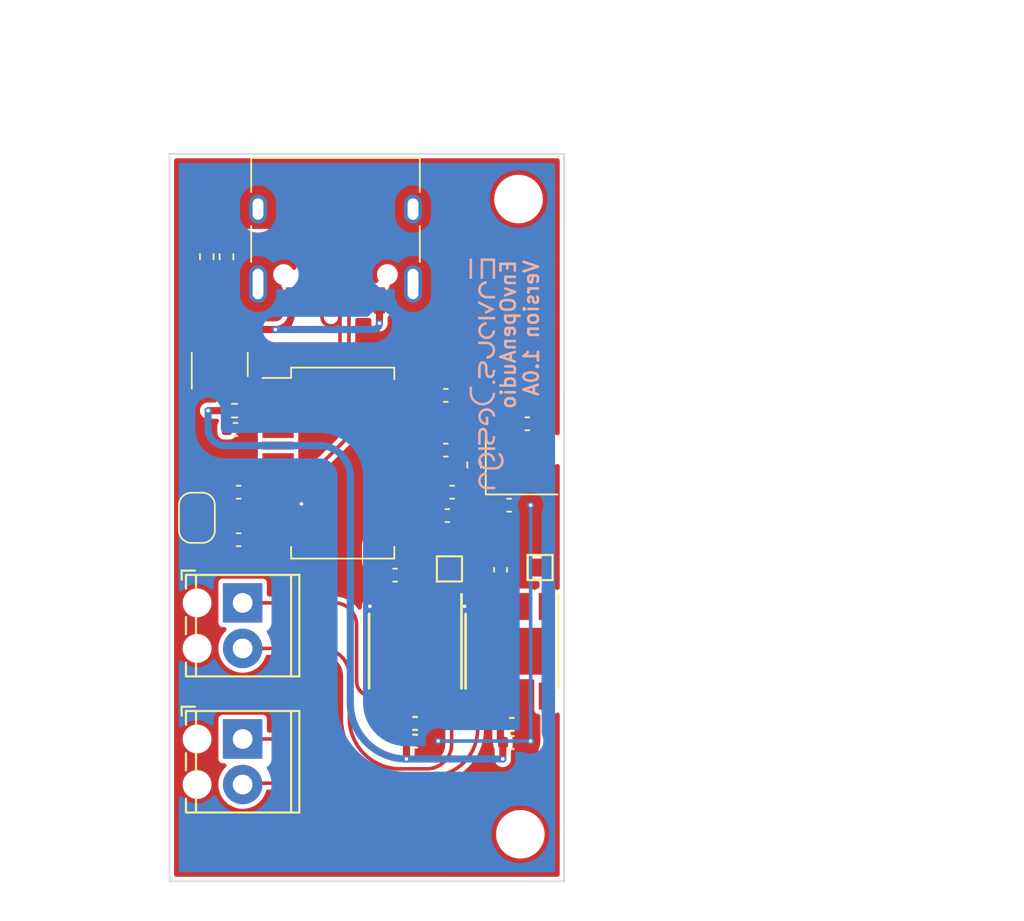
<source format=kicad_pcb>
(kicad_pcb (version 20211014) (generator pcbnew)
  (layers (0 "F.Cu" signal) (31 "B.Cu" signal) (34 "B.Paste" user) (35 "F.Paste" user) (36 "B.SilkS" user "B.Silkscreen") (37 "F.SilkS" user "F.Silkscreen") (38 "B.Mask" user) (39 "F.Mask" user) (44 "Edge.Cuts" user))
  (net 0 "")
  (net 1 "Net-(C6-Pad1)")
  (net 2 "AGNDP")
  (net 3 "VCCCI")
  (net 4 "VCOM")
  (net 5 "Net-(C9-Pad1)")
  (net 6 "Net-(C10-Pad1)")
  (net 7 "Net-(C11-Pad1)")
  (net 8 "Net-(C12-Pad1)")
  (net 9 "VOUTL")
  (net 10 "/R-USB-In")
  (net 11 "VOUTR")
  (net 12 "/L-USB-In")
  (net 13 "Net-(C15-Pad1)")
  (net 14 "Net-(C16-Pad1)")
  (net 15 "USB D-")
  (net 16 "USB D+")
  (net 17 "VBUS")
  (net 18 "AGNDC")
  (net 19 "Net-(J101-PadA5)")
  (net 21 "Net-(J101-PadB5)")
  (net 32 "Net-(J1-Pad1)")
  (net 33 "Net-(J1-Pad2)")
  (net 34 "Net-(J2-Pad1)")
  (net 35 "Net-(J2-Pad2)")
  (net 36 "Net-(J3-Pad1)")
  (net 37 "Net-(J4-Pad1)")
  (footprint "MountingHole:MountingHole_2.2mm_M2" (layer "F.Cu") (at 53.05 26.175)
    (fp_text reference "H1")
    (fp_text value "MountingHole")
    (pad "" np_thru_hole circle (at 0 0) (size 2.2 2.2) (drill 2.2) (layers *.Cu *.Mask))
  )
  (footprint "Capacitor_SMD:C_0402_1005Metric" (layer "F.Cu") (at 49 37.125)
    (fp_text reference "C9")
    (fp_text value "1µF")
    (pad "1" smd roundrect (at -0.48 0) (size 0.56 0.62) (layers "F.Cu" "F.Paste" "F.Mask") (net 5 "Net-(C9-Pad1)"))
    (pad "2" smd roundrect (at 0.48 0) (size 0.56 0.62) (layers "F.Cu" "F.Paste" "F.Mask") (net 2 "AGNDP"))
  )
  (footprint "Capacitor_SMD:C_0402_1005Metric" (layer "F.Cu") (at 37.45 42.525 180)
    (fp_text reference "C7")
    (fp_text value "10µF")
    (pad "1" smd roundrect (at -0.48 0 180) (size 0.56 0.62) (layers "F.Cu" "F.Paste" "F.Mask") (net 3 "VCCCI"))
    (pad "2" smd roundrect (at 0.48 0 180) (size 0.56 0.62) (layers "F.Cu" "F.Paste" "F.Mask") (net 2 "AGNDP"))
  )
  (footprint "Capacitor_SMD:C_0402_1005Metric" (layer "F.Cu") (at 49.35 42.525)
    (fp_text reference "C12")
    (fp_text value "1µF")
    (pad "1" smd roundrect (at -0.48 0) (size 0.56 0.62) (layers "F.Cu" "F.Paste" "F.Mask") (net 8 "Net-(C12-Pad1)"))
    (pad "2" smd roundrect (at 0.48 0) (size 0.56 0.62) (layers "F.Cu" "F.Paste" "F.Mask") (net 2 "AGNDP"))
  )
  (footprint "Jumper:SolderJumper-2_P1.3mm_Bridged_RoundedPad1.0x1.5mm" (layer "F.Cu") (at 35.125 43.95 90)
    (fp_text reference "STAR2")
    (fp_text value "SolderJumper_2_Bridged")
    (fp_poly (pts (xy 0.25 -0.3) (xy -0.25 -0.3) (xy -0.25 0.3) (xy 0.25 0.3)) (layer "F.Cu") (width 0.1) (fill solid))
    (pad "1" smd custom (at -0.65 0 90) (size 1 0.5) (layers "F.Cu" "F.Mask") (net 2 "AGNDP") (options (clearance outline) (anchor rect)) (primitives (gr_circle (center 0 0.25) (end 0.5 0.25) (width 0) (fill yes)) (gr_circle (center 0 -0.25) (end 0.5 -0.25) (width 0) (fill yes)) (gr_poly (pts (xy 0.5 0.75) (xy 0 0.75) (xy 0 -0.75) (xy 0.5 -0.75)) (width 0) (fill yes))))
    (pad "2" smd custom (at 0.65 0 90) (size 1 0.5) (layers "F.Cu" "F.Mask") (net 18 "AGNDC") (options (clearance outline) (anchor rect)) (primitives (gr_circle (center 0 0.25) (end 0.5 0.25) (width 0) (fill yes)) (gr_circle (center 0 -0.25) (end 0.5 -0.25) (width 0) (fill yes)) (gr_poly (pts (xy 0 0.75) (xy -0.5 0.75) (xy -0.5 -0.75) (xy 0 -0.75)) (width 0) (fill yes))))
  )
  (footprint "Package_SO:Diodes_SO-8EP" (layer "F.Cu") (at 47.297266 51.3875 -90)
    (fp_text reference "U1")
    (fp_text value "PAM8302AAD")
    (pad "1" smd rect (at -2.4975 -1.905 270) (size 1.505 0.802) (layers "F.Cu" "F.Paste" "F.Mask") (net 36 "Net-(J3-Pad1)"))
    (pad "2" smd rect (at -2.4975 -0.635 270) (size 1.505 0.802) (layers "F.Cu" "F.Paste" "F.Mask"))
    (pad "3" smd rect (at -2.4975 0.635 270) (size 1.505 0.802) (layers "F.Cu" "F.Paste" "F.Mask") (net 10 "/R-USB-In"))
    (pad "4" smd rect (at -2.4975 1.905 270) (size 1.505 0.802) (layers "F.Cu" "F.Paste" "F.Mask") (net 18 "AGNDC"))
    (pad "5" smd rect (at 2.4975 1.905 270) (size 1.505 0.802) (layers "F.Cu" "F.Paste" "F.Mask") (net 32 "Net-(J1-Pad1)"))
    (pad "6" smd rect (at 2.4975 0.635 270) (size 1.505 0.802) (layers "F.Cu" "F.Paste" "F.Mask") (net 17 "VBUS"))
    (pad "7" smd rect (at 2.4975 -0.635 270) (size 1.505 0.802) (layers "F.Cu" "F.Paste" "F.Mask") (net 2 "AGNDP"))
    (pad "8" smd rect (at 2.4975 -1.905 270) (size 1.505 0.802) (layers "F.Cu" "F.Paste" "F.Mask") (net 33 "Net-(J1-Pad2)"))
    (pad "9" smd rect (at 0 0 270) (size 2.613 3.502) (layers "F.Cu" "F.Paste" "F.Mask"))
  )
  (footprint "Capacitor_SMD:C_0402_1005Metric" (layer "F.Cu") (at 52.675 55.470017)
    (fp_text reference "C3")
    (fp_text value "10µF")
    (pad "1" smd roundrect (at -0.48 0) (size 0.56 0.62) (layers "F.Cu" "F.Paste" "F.Mask") (net 17 "VBUS"))
    (pad "2" smd roundrect (at 0.48 0) (size 0.56 0.62) (layers "F.Cu" "F.Paste" "F.Mask") (net 2 "AGNDP"))
  )
  (footprint "Capacitor_SMD:C_0402_1005Metric" (layer "F.Cu") (at 46.175 47.15)
    (fp_text reference "C13")
    (fp_text value "1µF")
    (pad "1" smd roundrect (at -0.48 0) (size 0.56 0.62) (layers "F.Cu" "F.Paste" "F.Mask") (net 9 "VOUTL"))
    (pad "2" smd roundrect (at 0.48 0) (size 0.56 0.62) (layers "F.Cu" "F.Paste" "F.Mask") (net 10 "/R-USB-In"))
  )
  (footprint "TestPoint:TestPoint_Pad_1.0x1.0mm" (layer "F.Cu") (at 49.2 46.8)
    (fp_text reference "J3")
    (fp_text value "Conn_01x01")
    (pad "1" smd rect (at 0 0) (size 1 1) (layers "F.Cu" "F.Mask") (net 36 "Net-(J3-Pad1)"))
  )
  (footprint "Resistor_SMD:R_0402_1005Metric" (layer "F.Cu") (at 35.675 29.393802 -90)
    (fp_text reference "R101")
    (fp_text value "5.1K 0805")
    (pad "1" smd roundrect (at -0.51 0 270) (size 0.54 0.64) (layers "F.Cu" "F.Paste" "F.Mask") (net 19 "Net-(J101-PadA5)"))
    (pad "2" smd roundrect (at 0.51 0 270) (size 0.54 0.64) (layers "F.Cu" "F.Paste" "F.Mask") (net 2 "AGNDP"))
  )
  (footprint "Package_SO:SSOP-28_5.3x10.2mm_P0.65mm" (layer "F.Cu") (at 43.25 40.9)
    (fp_text reference "U101")
    (fp_text value "PCM2900C")
    (pad "1" smd rect (at -3.6 -4.225) (size 1.75 0.45) (layers "F.Cu" "F.Paste" "F.Mask") (net 16 "USB D+"))
    (pad "2" smd rect (at -3.6 -3.575) (size 1.75 0.45) (layers "F.Cu" "F.Paste" "F.Mask") (net 15 "USB D-"))
    (pad "3" smd rect (at -3.6 -2.925) (size 1.75 0.45) (layers "F.Cu" "F.Paste" "F.Mask") (net 1 "Net-(C6-Pad1)"))
    (pad "4" smd rect (at -3.6 -2.275) (size 1.75 0.45) (layers "F.Cu" "F.Paste" "F.Mask") (net 2 "AGNDP"))
    (pad "5" smd rect (at -3.6 -1.625) (size 1.75 0.45) (layers "F.Cu" "F.Paste" "F.Mask"))
    (pad "6" smd rect (at -3.6 -0.975) (size 1.75 0.45) (layers "F.Cu" "F.Paste" "F.Mask"))
    (pad "7" smd rect (at -3.6 -0.325) (size 1.75 0.45) (layers "F.Cu" "F.Paste" "F.Mask"))
    (pad "8" smd rect (at -3.6 0.325) (size 1.75 0.45) (layers "F.Cu" "F.Paste" "F.Mask") (net 5 "Net-(C9-Pad1)"))
    (pad "9" smd rect (at -3.6 0.975) (size 1.75 0.45) (layers "F.Cu" "F.Paste" "F.Mask") (net 5 "Net-(C9-Pad1)"))
    (pad "10" smd rect (at -3.6 1.625) (size 1.75 0.45) (layers "F.Cu" "F.Paste" "F.Mask") (net 3 "VCCCI"))
    (pad "11" smd rect (at -3.6 2.275) (size 1.75 0.45) (layers "F.Cu" "F.Paste" "F.Mask") (net 18 "AGNDC"))
    (pad "12" smd rect (at -3.6 2.925) (size 1.75 0.45) (layers "F.Cu" "F.Paste" "F.Mask"))
    (pad "13" smd rect (at -3.6 3.575) (size 1.75 0.45) (layers "F.Cu" "F.Paste" "F.Mask"))
    (pad "14" smd rect (at -3.6 4.225) (size 1.75 0.45) (layers "F.Cu" "F.Paste" "F.Mask") (net 4 "VCOM"))
    (pad "15" smd rect (at 3.6 4.225) (size 1.75 0.45) (layers "F.Cu" "F.Paste" "F.Mask") (net 11 "VOUTR"))
    (pad "16" smd rect (at 3.6 3.575) (size 1.75 0.45) (layers "F.Cu" "F.Paste" "F.Mask") (net 9 "VOUTL"))
    (pad "17" smd rect (at 3.6 2.925) (size 1.75 0.45) (layers "F.Cu" "F.Paste" "F.Mask") (net 7 "Net-(C11-Pad1)"))
    (pad "18" smd rect (at 3.6 2.275) (size 1.75 0.45) (layers "F.Cu" "F.Paste" "F.Mask") (net 2 "AGNDP"))
    (pad "19" smd rect (at 3.6 1.625) (size 1.75 0.45) (layers "F.Cu" "F.Paste" "F.Mask") (net 8 "Net-(C12-Pad1)"))
    (pad "20" smd rect (at 3.6 0.975) (size 1.75 0.45) (layers "F.Cu" "F.Paste" "F.Mask") (net 13 "Net-(C15-Pad1)"))
    (pad "21" smd rect (at 3.6 0.325) (size 1.75 0.45) (layers "F.Cu" "F.Paste" "F.Mask") (net 14 "Net-(C16-Pad1)"))
    (pad "22" smd rect (at 3.6 -0.325) (size 1.75 0.45) (layers "F.Cu" "F.Paste" "F.Mask") (net 2 "AGNDP"))
    (pad "23" smd rect (at 3.6 -0.975) (size 1.75 0.45) (layers "F.Cu" "F.Paste" "F.Mask") (net 6 "Net-(C10-Pad1)"))
    (pad "24" smd rect (at 3.6 -1.625) (size 1.75 0.45) (layers "F.Cu" "F.Paste" "F.Mask") (net 2 "AGNDP"))
    (pad "25" smd rect (at 3.6 -2.275) (size 1.75 0.45) (layers "F.Cu" "F.Paste" "F.Mask"))
    (pad "26" smd rect (at 3.6 -2.925) (size 1.75 0.45) (layers "F.Cu" "F.Paste" "F.Mask") (net 2 "AGNDP"))
    (pad "27" smd rect (at 3.6 -3.575) (size 1.75 0.45) (layers "F.Cu" "F.Paste" "F.Mask") (net 5 "Net-(C9-Pad1)"))
    (pad "28" smd rect (at 3.6 -4.225) (size 1.75 0.45) (layers "F.Cu" "F.Paste" "F.Mask"))
  )
  (footprint "Capacitor_SMD:C_0402_1005Metric" (layer "F.Cu") (at 53.53512 38.7093)
    (fp_text reference "C16")
    (fp_text value "22pF")
    (pad "1" smd roundrect (at -0.48 0) (size 0.56 0.62) (layers "F.Cu" "F.Paste" "F.Mask") (net 14 "Net-(C16-Pad1)"))
    (pad "2" smd roundrect (at 0.48 0) (size 0.56 0.62) (layers "F.Cu" "F.Paste" "F.Mask") (net 2 "AGNDP"))
  )
  (footprint "Resistor_SMD:R_0402_1005Metric" (layer "F.Cu") (at 50.575 41 -90)
    (fp_text reference "R1")
    (fp_text value "1M")
    (pad "1" smd roundrect (at -0.51 0 270) (size 0.54 0.64) (layers "F.Cu" "F.Paste" "F.Mask") (net 14 "Net-(C16-Pad1)"))
    (pad "2" smd roundrect (at 0.51 0 270) (size 0.54 0.64) (layers "F.Cu" "F.Paste" "F.Mask") (net 13 "Net-(C15-Pad1)"))
  )
  (footprint "Crystal:Crystal_SMD_3225-4Pin_3.2x2.5mm" (layer "F.Cu") (at 53.225 41)
    (fp_text reference "Y1")
    (fp_text value "12MHz 18pF")
    (pad "1" smd rect (at -1.1 0.85) (size 1.4 1.2) (layers "F.Cu" "F.Paste" "F.Mask") (net 13 "Net-(C15-Pad1)"))
    (pad "2" smd rect (at 1.1 0.85) (size 1.4 1.2) (layers "F.Cu" "F.Paste" "F.Mask") (net 2 "AGNDP"))
    (pad "3" smd rect (at 1.1 -0.85) (size 1.4 1.2) (layers "F.Cu" "F.Paste" "F.Mask") (net 14 "Net-(C16-Pad1)"))
    (pad "4" smd rect (at -1.1 -0.85) (size 1.4 1.2) (layers "F.Cu" "F.Paste" "F.Mask") (net 2 "AGNDP"))
  )
  (footprint "Connector_USB:USB_C_Receptacle_HRO_TYPE-C-31-M-12" (layer "F.Cu") (at 42.85 27.783802 180)
    (fp_text reference "J101")
    (fp_text value "USB_C_Receptacle_USB2.0")
    (pad "" np_thru_hole circle (at -2.89 -2.6 180) (size 0.65 0.65) (drill 0.65) (layers *.Cu *.Mask))
    (pad "" np_thru_hole circle (at 2.89 -2.6 180) (size 0.65 0.65) (drill 0.65) (layers *.Cu *.Mask))
    (pad "A1" smd rect (at -3.25 -4.045 180) (size 0.6 1.45) (layers "F.Cu" "F.Paste" "F.Mask") (net 2 "AGNDP"))
    (pad "A4" smd rect (at -2.45 -4.045 180) (size 0.6 1.45) (layers "F.Cu" "F.Paste" "F.Mask") (net 17 "VBUS"))
    (pad "A5" smd rect (at -1.25 -4.045 180) (size 0.3 1.45) (layers "F.Cu" "F.Paste" "F.Mask") (net 19 "Net-(J101-PadA5)"))
    (pad "A6" smd rect (at -0.25 -4.045 180) (size 0.3 1.45) (layers "F.Cu" "F.Paste" "F.Mask") (net 16 "USB D+"))
    (pad "A7" smd rect (at 0.25 -4.045 180) (size 0.3 1.45) (layers "F.Cu" "F.Paste" "F.Mask") (net 15 "USB D-"))
    (pad "A8" smd rect (at 1.25 -4.045 180) (size 0.3 1.45) (layers "F.Cu" "F.Paste" "F.Mask"))
    (pad "A9" smd rect (at 2.45 -4.045 180) (size 0.6 1.45) (layers "F.Cu" "F.Paste" "F.Mask") (net 17 "VBUS"))
    (pad "A12" smd rect (at 3.25 -4.045 180) (size 0.6 1.45) (layers "F.Cu" "F.Paste" "F.Mask") (net 2 "AGNDP"))
    (pad "B1" smd rect (at 3.25 -4.045 180) (size 0.6 1.45) (layers "F.Cu" "F.Paste" "F.Mask") (net 2 "AGNDP"))
    (pad "B4" smd rect (at 2.45 -4.045 180) (size 0.6 1.45) (layers "F.Cu" "F.Paste" "F.Mask") (net 17 "VBUS"))
    (pad "B5" smd rect (at 1.75 -4.045 180) (size 0.3 1.45) (layers "F.Cu" "F.Paste" "F.Mask") (net 21 "Net-(J101-PadB5)"))
    (pad "B6" smd rect (at 0.75 -4.045 180) (size 0.3 1.45) (layers "F.Cu" "F.Paste" "F.Mask") (net 16 "USB D+"))
    (pad "B7" smd rect (at -0.75 -4.045 180) (size 0.3 1.45) (layers "F.Cu" "F.Paste" "F.Mask") (net 15 "USB D-"))
    (pad "B8" smd rect (at -1.75 -4.045 180) (size 0.3 1.45) (layers "F.Cu" "F.Paste" "F.Mask"))
    (pad "B9" smd rect (at -2.45 -4.045 180) (size 0.6 1.45) (layers "F.Cu" "F.Paste" "F.Mask") (net 17 "VBUS"))
    (pad "B12" smd rect (at -3.25 -4.045 180) (size 0.6 1.45) (layers "F.Cu" "F.Paste" "F.Mask") (net 2 "AGNDP"))
    (pad "S1" thru_hole oval (at 4.32 1.05 180) (size 1 1.6) (drill oval 0.6 1.2) (layers *.Cu *.Mask) (net 2 "AGNDP"))
    (pad "S1" thru_hole oval (at 4.32 -3.13 180) (size 1 2.1) (drill oval 0.6 1.7) (layers *.Cu *.Mask) (net 2 "AGNDP"))
    (pad "S1" thru_hole oval (at -4.32 -3.13 180) (size 1 2.1) (drill oval 0.6 1.7) (layers *.Cu *.Mask) (net 2 "AGNDP"))
    (pad "S1" thru_hole oval (at -4.32 1.05 180) (size 1 1.6) (drill oval 0.6 1.2) (layers *.Cu *.Mask) (net 2 "AGNDP"))
  )
  (footprint "Capacitor_SMD:C_0402_1005Metric" (layer "F.Cu") (at 49 40.175)
    (fp_text reference "C10")
    (fp_text value "1µF")
    (pad "1" smd roundrect (at -0.48 0) (size 0.56 0.62) (layers "F.Cu" "F.Paste" "F.Mask") (net 6 "Net-(C10-Pad1)"))
    (pad "2" smd roundrect (at 0.48 0) (size 0.56 0.62) (layers "F.Cu" "F.Paste" "F.Mask") (net 2 "AGNDP"))
  )
  (footprint "Capacitor_SMD:C_0402_1005Metric" (layer "F.Cu") (at 37.45 45.175 180)
    (fp_text reference "C8")
    (fp_text value "10µF")
    (pad "1" smd roundrect (at -0.48 0 180) (size 0.56 0.62) (layers "F.Cu" "F.Paste" "F.Mask") (net 4 "VCOM"))
    (pad "2" smd roundrect (at 0.48 0 180) (size 0.56 0.62) (layers "F.Cu" "F.Paste" "F.Mask") (net 2 "AGNDP"))
  )
  (footprint "TerminalBlock_Phoenix:TerminalBlock_Phoenix_MPT-0,5-2-2.54_1x02_P2.54mm_Horizontal" (layer "F.Cu") (at 37.675 56.285606 -90)
    (fp_text reference "J2")
    (fp_text value "Conn_01x02")
    (pad "" np_thru_hole circle (at 2.54 2.54 270) (size 1.1 1.1) (drill 1.1) (layers *.Cu *.Mask))
    (pad "" np_thru_hole circle (at 0 2.54 270) (size 1.1 1.1) (drill 1.1) (layers *.Cu *.Mask))
    (pad "1" thru_hole rect (at 0 0 270) (size 2.2 2.2) (drill 1.1) (layers *.Cu *.Mask) (net 34 "Net-(J2-Pad1)"))
    (pad "2" thru_hole circle (at 2.54 0 270) (size 2.2 2.2) (drill 1.1) (layers *.Cu *.Mask) (net 35 "Net-(J2-Pad2)"))
  )
  (footprint "TestPoint:TestPoint_Pad_1.0x1.0mm" (layer "F.Cu") (at 54.25 46.725)
    (fp_text reference "J4")
    (fp_text value "Conn_01x01")
    (pad "1" smd rect (at 0 0) (size 1 1) (layers "F.Cu" "F.Mask") (net 37 "Net-(J4-Pad1)"))
  )
  (footprint "Capacitor_SMD:C_0402_1005Metric" (layer "F.Cu") (at 49.075 43.825)
    (fp_text reference "C11")
    (fp_text value "1µF")
    (pad "1" smd roundrect (at -0.48 0) (size 0.56 0.62) (layers "F.Cu" "F.Paste" "F.Mask") (net 7 "Net-(C11-Pad1)"))
    (pad "2" smd roundrect (at 0.48 0) (size 0.56 0.62) (layers "F.Cu" "F.Paste" "F.Mask") (net 2 "AGNDP"))
  )
  (footprint "Package_SO:Diodes_SO-8EP" (layer "F.Cu") (at 52.675 51.395 -90)
    (fp_text reference "U2")
    (fp_text value "PAM8302AAD")
    (pad "1" smd rect (at -2.4975 -1.905 270) (size 1.505 0.802) (layers "F.Cu" "F.Paste" "F.Mask") (net 37 "Net-(J4-Pad1)"))
    (pad "2" smd rect (at -2.4975 -0.635 270) (size 1.505 0.802) (layers "F.Cu" "F.Paste" "F.Mask"))
    (pad "3" smd rect (at -2.4975 0.635 270) (size 1.505 0.802) (layers "F.Cu" "F.Paste" "F.Mask") (net 12 "/L-USB-In"))
    (pad "4" smd rect (at -2.4975 1.905 270) (size 1.505 0.802) (layers "F.Cu" "F.Paste" "F.Mask") (net 18 "AGNDC"))
    (pad "5" smd rect (at 2.4975 1.905 270) (size 1.505 0.802) (layers "F.Cu" "F.Paste" "F.Mask") (net 34 "Net-(J2-Pad1)"))
    (pad "6" smd rect (at 2.4975 0.635 270) (size 1.505 0.802) (layers "F.Cu" "F.Paste" "F.Mask") (net 17 "VBUS"))
    (pad "7" smd rect (at 2.4975 -0.635 270) (size 1.505 0.802) (layers "F.Cu" "F.Paste" "F.Mask") (net 2 "AGNDP"))
    (pad "8" smd rect (at 2.4975 -1.905 270) (size 1.505 0.802) (layers "F.Cu" "F.Paste" "F.Mask") (net 35 "Net-(J2-Pad2)"))
    (pad "9" smd rect (at 0 0 270) (size 2.613 3.502) (layers "F.Cu" "F.Paste" "F.Mask"))
  )
  (footprint "Capacitor_SMD:C_0402_1005Metric" (layer "F.Cu") (at 47.287266 55.4175)
    (fp_text reference "C1")
    (fp_text value "10µF")
    (pad "1" smd roundrect (at -0.48 0) (size 0.56 0.62) (layers "F.Cu" "F.Paste" "F.Mask") (net 17 "VBUS"))
    (pad "2" smd roundrect (at 0.48 0) (size 0.56 0.62) (layers "F.Cu" "F.Paste" "F.Mask") (net 2 "AGNDP"))
  )
  (footprint "Resistor_SMD:R_0402_1005Metric" (layer "F.Cu") (at 37.225 37.975)
    (fp_text reference "R2")
    (fp_text value "2R2")
    (pad "1" smd roundrect (at -0.51 0) (size 0.54 0.64) (layers "F.Cu" "F.Paste" "F.Mask") (net 17 "VBUS"))
    (pad "2" smd roundrect (at 0.51 0) (size 0.54 0.64) (layers "F.Cu" "F.Paste" "F.Mask") (net 1 "Net-(C6-Pad1)"))
  )
  (footprint "TerminalBlock_Phoenix:TerminalBlock_Phoenix_MPT-0,5-2-2.54_1x02_P2.54mm_Horizontal" (layer "F.Cu") (at 37.675 48.695606 -90)
    (fp_text reference "J1")
    (fp_text value "Conn_01x02")
    (pad "" np_thru_hole circle (at 0 2.54 270) (size 1.1 1.1) (drill 1.1) (layers *.Cu *.Mask))
    (pad "" np_thru_hole circle (at 2.54 2.54 270) (size 1.1 1.1) (drill 1.1) (layers *.Cu *.Mask))
    (pad "1" thru_hole rect (at 0 0 270) (size 2.2 2.2) (drill 1.1) (layers *.Cu *.Mask) (net 32 "Net-(J1-Pad1)"))
    (pad "2" thru_hole circle (at 2.54 0 270) (size 2.2 2.2) (drill 1.1) (layers *.Cu *.Mask) (net 33 "Net-(J1-Pad2)"))
  )
  (footprint "Capacitor_SMD:C_0402_1005Metric" (layer "F.Cu") (at 52.525 43.25)
    (fp_text reference "C15")
    (fp_text value "22pF")
    (pad "1" smd roundrect (at -0.48 0) (size 0.56 0.62) (layers "F.Cu" "F.Paste" "F.Mask") (net 13 "Net-(C15-Pad1)"))
    (pad "2" smd roundrect (at 0.48 0) (size 0.56 0.62) (layers "F.Cu" "F.Paste" "F.Mask") (net 2 "AGNDP"))
  )
  (footprint "MountingHole:MountingHole_2.2mm_M2" (layer "F.Cu") (at 53.15 61.6)
    (fp_text reference "H2")
    (fp_text value "MountingHole")
    (pad "" np_thru_hole circle (at 0 0) (size 2.2 2.2) (drill 2.2) (layers *.Cu *.Mask))
  )
  (footprint "Package_TO_SOT_SMD:SOT-143" (layer "F.Cu") (at 36.4 35.4 90)
    (fp_text reference "D1")
    (fp_text value "PRTR5V0U2X")
    (pad "1" smd rect (at -1 -0.75 90) (size 0.7 1) (layers "F.Cu" "F.Paste" "F.Mask") (net 2 "AGNDP"))
    (pad "2" smd rect (at -1 0.95 90) (size 0.7 0.6) (layers "F.Cu" "F.Paste" "F.Mask") (net 15 "USB D-"))
    (pad "3" smd rect (at 1 0.95 90) (size 0.7 0.6) (layers "F.Cu" "F.Paste" "F.Mask") (net 16 "USB D+"))
    (pad "4" smd rect (at 1 -0.95 90) (size 0.7 0.6) (layers "F.Cu" "F.Paste" "F.Mask") (net 17 "VBUS"))
  )
  (footprint "Capacitor_SMD:C_0402_1005Metric" (layer "F.Cu") (at 37.275 39.025)
    (fp_text reference "C6")
    (fp_text value "10µF")
    (pad "1" smd roundrect (at -0.48 0) (size 0.56 0.62) (layers "F.Cu" "F.Paste" "F.Mask") (net 1 "Net-(C6-Pad1)"))
    (pad "2" smd roundrect (at 0.48 0) (size 0.56 0.62) (layers "F.Cu" "F.Paste" "F.Mask") (net 2 "AGNDP"))
  )
  (footprint "Capacitor_SMD:C_0402_1005Metric" (layer "F.Cu") (at 52.05 46.85 -90)
    (fp_text reference "C14")
    (fp_text value "1µF")
    (pad "1" smd roundrect (at -0.48 0 270) (size 0.56 0.62) (layers "F.Cu" "F.Paste" "F.Mask") (net 11 "VOUTR"))
    (pad "2" smd roundrect (at 0.48 0 270) (size 0.56 0.62) (layers "F.Cu" "F.Paste" "F.Mask") (net 12 "/L-USB-In"))
  )
  (footprint "Capacitor_SMD:C_0402_1005Metric" (layer "F.Cu") (at 52.67 56.480017 180)
    (fp_text reference "C4")
    (fp_text value "1µF")
    (pad "1" smd roundrect (at -0.48 0 180) (size 0.56 0.62) (layers "F.Cu" "F.Paste" "F.Mask") (net 2 "AGNDP"))
    (pad "2" smd roundrect (at 0.48 0 180) (size 0.56 0.62) (layers "F.Cu" "F.Paste" "F.Mask") (net 17 "VBUS"))
  )
  (footprint "Resistor_SMD:R_0402_1005Metric" (layer "F.Cu") (at 36.775 29.393802 -90)
    (fp_text reference "R102")
    (fp_text value "5.1K 0805")
    (pad "1" smd roundrect (at -0.51 0 270) (size 0.54 0.64) (layers "F.Cu" "F.Paste" "F.Mask") (net 21 "Net-(J101-PadB5)"))
    (pad "2" smd roundrect (at 0.51 0 270) (size 0.54 0.64) (layers "F.Cu" "F.Paste" "F.Mask") (net 2 "AGNDP"))
  )
  (footprint "Capacitor_SMD:C_0402_1005Metric" (layer "F.Cu") (at 47.287266 56.4075 180)
    (fp_text reference "C2")
    (fp_text value "1µF")
    (pad "1" smd roundrect (at -0.48 0 180) (size 0.56 0.62) (layers "F.Cu" "F.Paste" "F.Mask") (net 2 "AGNDP"))
    (pad "2" smd roundrect (at 0.48 0 180) (size 0.56 0.62) (layers "F.Cu" "F.Paste" "F.Mask") (net 17 "VBUS"))
  )
  (footprint "kibuzzard-6354995E" (layer "B.Cu") (at 51.271744 35.925 -90)
    (fp_text reference "kibuzzard-6354995E" hide)
    (fp_text value "G***" hide)
  )
  (gr_poly (pts (xy 33.599729 64.22213) (xy 55.59722 64.224466) (xy 55.597491 23.65) (xy 33.6 23.65)) (layer "Edge.Cuts") (width 0.1) (fill none))
  (gr_text "EnvOpenAudio\nVersion 1.0A" (at 53.125 29.5 -270) (layer "B.SilkS") (effects (font (size 0.8 0.8)) (justify left mirror)))
  (segment (start 36.795 38.915) (end 37.735 37.975) (width 0.2) (layer "F.Cu") (net 1))
  (segment (start 39.65 37.975) (end 37.735 37.975) (width 0.2) (layer "F.Cu") (net 1))
  (segment (start 49.555 43.825) (end 49.555 43.175) (width 0.2) (layer "F.Cu") (net 2))
  (segment (start 53.725 56.4) (end 53.230017 56.4) (width 0.2) (layer "F.Cu") (net 2))
  (segment (start 52.125 40.15) (end 54.325 41.85) (width 0.2) (layer "F.Cu") (net 2))
  (segment (start 49.555 43.825) (end 49.555 43.188908) (width 0.2) (layer "F.Cu") (net 2))
  (segment (start 35.125 44.6) (end 35.7 45.175) (width 0.2) (layer "F.Cu") (net 2))
  (segment (start 35.7 40.05) (end 36.73 40.05) (width 0.2) (layer "F.Cu") (net 2))
  (segment (start 47.767266 56.4075) (end 48.5675 56.4075) (width 0.2) (layer "F.Cu") (net 2))
  (segment (start 53.15 54.0525) (end 53.15 56.480017) (width 0.25) (layer "F.Cu") (net 2))
  (segment (start 53.005 43.25) (end 53.725 43.25) (width 0.2) (layer "F.Cu") (net 2))
  (segment (start 35.7 45.175) (end 36.97 45.175) (width 0.2) (layer "F.Cu") (net 2))
  (segment (start 38.720685 38.625) (end 39.65 38.625) (width 0.2) (layer "F.Cu") (net 2))
  (segment (start 34.9 37.15) (end 34.9 39.25) (width 0.2) (layer "F.Cu") (net 2))
  (segment (start 46.85 43.175) (end 49.555 43.175) (width 0.2) (layer "F.Cu") (net 2))
  (segment (start 47.767266 56.4075) (end 47.767266 54.05) (width 0.25) (layer "F.Cu") (net 2))
  (via (at 53.725 56.4) (size 0.4) (drill 0.2) (layers "F.Cu" "B.Cu") (net 2))
  (via (at 53.725 43.25) (size 0.4) (drill 0.2) (layers "F.Cu" "B.Cu") (net 2))
  (via (at 48.575 56.4) (size 0.4) (drill 0.2) (layers "F.Cu" "B.Cu") (net 2))
  (arc (start 34.9 39.25) (mid 35.134315 39.815685) (end 35.7 40.05) (width 0.2) (layer "F.Cu") (net 2))
  (arc (start 37.755 39.025) (mid 38.19806 38.728957) (end 38.720685 38.625) (width 0.2) (layer "F.Cu") (net 2))
  (arc (start 35.65 36.4) (mid 35.11967 36.61967) (end 34.9 37.15) (width 0.2) (layer "F.Cu") (net 2))
  (arc (start 49.555 43.188908) (mid 49.62647 42.829604) (end 49.83 42.525) (width 0.2) (layer "F.Cu") (net 2))
  (arc (start 48.5675 56.4075) (mid 48.572803 56.405303) (end 48.575 56.4) (width 0.2) (layer "F.Cu") (net 2))
  (arc (start 36.73 40.05) (mid 37.454784 39.749784) (end 37.755 39.025) (width 0.2) (layer "F.Cu") (net 2))
  (segment (start 53.725 56.4) (end 53.725 43.25) (width 0.2) (layer "B.Cu") (net 2))
  (segment (start 48.575 56.4) (end 53.725 56.4) (width 0.2) (layer "B.Cu") (net 2))
  (segment (start 39.65 42.525) (end 37.93 42.525) (width 0.2) (layer "F.Cu") (net 3))
  (segment (start 39.65 45.125) (end 37.98 45.125) (width 0.2) (layer "F.Cu") (net 4))
  (segment (start 39.65 41.225) (end 41.032538 41.225) (width 0.2) (layer "F.Cu") (net 5))
  (segment (start 42.225 40.775) (end 42.3 40.7) (width 0.2) (layer "F.Cu") (net 5))
  (segment (start 48.32 37.325) (end 46.85 37.325) (width 0.2) (layer "F.Cu") (net 5))
  (segment (start 42.3 40.7) (end 45.3625 37.6375) (width 0.2) (layer "F.Cu") (net 5))
  (segment (start 41.70215 41.297841) (end 42.225 40.775) (width 0.2) (layer "F.Cu") (net 5))
  (segment (start 46.85 37.325) (end 46.116941 37.325) (width 0.2) (layer "F.Cu") (net 5))
  (segment (start 48.52 37.125) (end 48.32 37.325) (width 0.2) (layer "F.Cu") (net 5))
  (segment (start 39.65 41.875) (end 40.308749 41.875) (width 0.2) (layer "F.Cu") (net 5))
  (arc (start 46.116941 37.325) (mid 45.708641 37.406216) (end 45.3625 37.6375) (width 0.2) (layer "F.Cu") (net 5))
  (arc (start 41.032538 41.225) (mid 41.718483 41.088557) (end 42.3 40.7) (width 0.2) (layer "F.Cu") (net 5))
  (arc (start 40.308749 41.875) (mid 41.062851 41.725001) (end 41.70215 41.297841) (width 0.2) (layer "F.Cu") (net 5))
  (segment (start 48.27 39.925) (end 48.52 40.175) (width 0.2) (layer "F.Cu") (net 6))
  (segment (start 46.85 39.925) (end 48.27 39.925) (width 0.2) (layer "F.Cu") (net 6))
  (segment (start 48.595 43.825) (end 46.85 43.825) (width 0.2) (layer "F.Cu") (net 7))
  (segment (start 48.87 42.525) (end 46.85 42.525) (width 0.2) (layer "F.Cu") (net 8))
  (segment (start 44.675 46.275) (end 44.675 45.6) (width 0.2) (layer "F.Cu") (net 9))
  (segment (start 46.85 44.475) (end 45.8 44.475) (width 0.2) (layer "F.Cu") (net 9))
  (arc (start 45.55 47.15) (mid 44.931282 46.893718) (end 44.675 46.275) (width 0.2) (layer "F.Cu") (net 9))
  (arc (start 44.675 45.6) (mid 45.004505 44.804505) (end 45.8 44.475) (width 0.2) (layer "F.Cu") (net 9))
  (segment (start 46.655 47.15) (end 46.655 48.882734) (width 0.2) (layer "F.Cu") (net 10))
  (segment (start 46.85 45.125) (end 50.805 45.125) (width 0.2) (layer "F.Cu") (net 11))
  (arc (start 50.805 45.125) (mid 51.685348 45.489652) (end 52.05 46.37) (width 0.2) (layer "F.Cu") (net 11))
  (segment (start 52.05 47.33) (end 52.05 48.8875) (width 0.2) (layer "F.Cu") (net 12))
  (segment (start 51.395832 41.85) (end 52.125 41.85) (width 0.2) (layer "F.Cu") (net 13))
  (segment (start 48.097404 41.875) (end 46.85 41.875) (width 0.2) (layer "F.Cu") (net 13))
  (segment (start 52.045 43.25) (end 52.045 41.93) (width 0.2) (layer "F.Cu") (net 13))
  (segment (start 50.46048 41.62452) (end 48.702116 41.62452) (width 0.2) (layer "F.Cu") (net 13))
  (arc (start 48.39976 41.74976) (mid 48.261038 41.842451) (end 48.097404 41.875) (width 0.2) (layer "F.Cu") (net 13))
  (arc (start 50.575 41.51) (mid 50.951601 41.761637) (end 51.395832 41.85) (width 0.2) (layer "F.Cu") (net 13))
  (arc (start 48.702116 41.62452) (mid 48.538482 41.657069) (end 48.39976 41.74976) (width 0.2) (layer "F.Cu") (net 13))
  (segment (start 54.204212 39.858392) (end 53.05512 38.7093) (width 0.2) (layer "F.Cu") (net 14))
  (segment (start 50.0125 40.9625) (end 50.485 40.49) (width 0.2) (layer "F.Cu") (net 14))
  (segment (start 53.05512 38.7093) (end 51.777645 38.7093) (width 0.2) (layer "F.Cu") (net 14))
  (segment (start 50.966962 39.166962) (end 51.175 38.958924) (width 0.2) (layer "F.Cu") (net 14))
  (segment (start 50.575 40.113241) (end 50.575 40.49) (width 0.2) (layer "F.Cu") (net 14))
  (segment (start 54.325 39.97918) (end 53.05512 38.7093) (width 0.2) (layer "F.Cu") (net 14))
  (segment (start 46.85 41.225) (end 49.378769 41.225) (width 0.2) (layer "F.Cu") (net 14))
  (arc (start 51.777645 38.7093) (mid 51.451496 38.774175) (end 51.175 38.958924) (width 0.2) (layer "F.Cu") (net 14))
  (arc (start 54.325 40.15) (mid 54.293608 39.992183) (end 54.204212 39.858392) (width 0.2) (layer "F.Cu") (net 14))
  (arc (start 49.378769 41.225) (mid 49.721742 41.156778) (end 50.0125 40.9625) (width 0.2) (layer "F.Cu") (net 14))
  (arc (start 50.966962 39.166962) (mid 50.676868 39.601118) (end 50.575 40.113241) (width 0.2) (layer "F.Cu") (net 14))
  (segment (start 43.6 31.828802) (end 43.6 36.3) (width 0.2) (layer "F.Cu") (net 15))
  (segment (start 43.6 31.828802) (end 43.6 31.034858) (width 0.2) (layer "F.Cu") (net 15))
  (segment (start 38.275 37.325) (end 39.65 37.325) (width 0.2) (layer "F.Cu") (net 15))
  (segment (start 43.165142 30.6) (end 43.05 30.6) (width 0.2) (layer "F.Cu") (net 15))
  (segment (start 39.65 37.325) (end 42.575 37.325) (width 0.2) (layer "F.Cu") (net 15))
  (segment (start 42.6 31.828802) (end 42.6 31.05) (width 0.2) (layer "F.Cu") (net 15))
  (arc (start 42.6 31.05) (mid 42.731802 30.731802) (end 43.05 30.6) (width 0.2) (layer "F.Cu") (net 15))
  (arc (start 37.35 36.4) (mid 37.620926 37.054074) (end 38.275 37.325) (width 0.2) (layer "F.Cu") (net 15))
  (arc (start 43.6 36.3) (mid 43.299784 37.024784) (end 42.575 37.325) (width 0.2) (layer "F.Cu") (net 15))
  (arc (start 43.6 31.034858) (mid 43.472633 30.727367) (end 43.165142 30.6) (width 0.2) (layer "F.Cu") (net 15))
  (segment (start 42.1 31.828802) (end 42.1 32.75) (width 0.2) (layer "F.Cu") (net 16))
  (segment (start 43.1 32.75) (end 43.1 32.6) (width 0.2) (layer "F.Cu") (net 16))
  (segment (start 39.65 36.675) (end 41.775 36.675) (width 0.2) (layer "F.Cu") (net 16))
  (segment (start 43.1 35.35) (end 43.1 32.6) (width 0.2) (layer "F.Cu") (net 16))
  (segment (start 38.35 35.6) (end 38.35 35.4) (width 0.2) (layer "F.Cu") (net 16))
  (segment (start 43.1 32.6) (end 43.1 31.828802) (width 0.2) (layer "F.Cu") (net 16))
  (arc (start 42.1 32.75) (mid 42.246447 33.103553) (end 42.6 33.25) (width 0.2) (layer "F.Cu") (net 16))
  (arc (start 41.775 36.675) (mid 42.711916 36.286916) (end 43.1 35.35) (width 0.2) (layer "F.Cu") (net 16))
  (arc (start 38.35 35.4) (mid 38.057107 34.692893) (end 37.35 34.4) (width 0.2) (layer "F.Cu") (net 16))
  (arc (start 42.6 33.25) (mid 42.953553 33.103553) (end 43.1 32.75) (width 0.2) (layer "F.Cu") (net 16))
  (arc (start 39.425 36.675) (mid 38.66486 36.36014) (end 38.35 35.6) (width 0.2) (layer "F.Cu") (net 16))
  (segment (start 35.75 37.975) (end 36.715 37.975) (width 0.4) (layer "F.Cu") (net 17))
  (segment (start 36.6 37.697366) (end 36.6 35.922487) (width 0.2) (layer "F.Cu") (net 17))
  (segment (start 39.85 33.45) (end 36 33.45) (width 0.2) (layer "F.Cu") (net 17))
  (segment (start 45.3 31.828802) (end 45.3 33.1) (width 0.4) (layer "F.Cu") (net 17))
  (segment (start 40.4 31.828802) (end 40.4 32.55) (width 0.4) (layer "F.Cu") (net 17))
  (segment (start 52.04 56.330017) (end 52.04 53.8925) (width 0.4) (layer "F.Cu") (net 17))
  (segment (start 35.8 35.325) (end 36.002513 35.325) (width 0.2) (layer "F.Cu") (net 17))
  (segment (start 46.807266 54.03) (end 46.807266 56.4075) (width 0.25) (layer "F.Cu") (net 17))
  (segment (start 39.5 33.45) (end 36.4 33.45) (width 0.4) (layer "F.Cu") (net 17))
  (segment (start 40.4 31.828802) (end 40.4 32.9) (width 0.2) (layer "F.Cu") (net 17))
  (segment (start 46.807266 56.4075) (end 46.807266 57.392734) (width 0.4) (layer "F.Cu") (net 17))
  (segment (start 52.175 57.4) (end 52.175 56.51623) (width 0.4) (layer "F.Cu") (net 17))
  (segment (start 35.45 34.4) (end 35.45 34.975) (width 0.2) (layer "F.Cu") (net 17))
  (via (at 45.3 33.1) (size 0.4) (drill 0.2) (layers "F.Cu" "B.Cu") (net 17))
  (via (at 52.175 57.4) (size 0.4) (drill 0.2) (layers "F.Cu" "B.Cu") (net 17))
  (via (at 46.8 57.4) (size 0.4) (drill 0.2) (layers "F.Cu" "B.Cu") (net 17))
  (via (at 35.75 37.975) (size 0.4) (drill 0.2) (layers "F.Cu" "B.Cu") (net 17))
  (via (at 39.5 33.45) (size 0.4) (drill 0.2) (layers "F.Cu" "B.Cu") (net 17))
  (arc (start 52.120916 56.465597) (mid 52.06211 56.408384) (end 52.04 56.330017) (width 0.4) (layer "F.Cu") (net 17))
  (arc (start 36.715 37.975) (mid 36.629887 37.847621) (end 36.6 37.697366) (width 0.2) (layer "F.Cu") (net 17))
  (arc (start 35.45 34.975) (mid 35.552513 35.222487) (end 35.8 35.325) (width 0.2) (layer "F.Cu") (net 17))
  (arc (start 46.807266 57.392734) (mid 46.805138 57.397872) (end 46.8 57.4) (width 0.4) (layer "F.Cu") (net 17))
  (arc (start 40.4 32.55) (mid 40.136396 33.186396) (end 39.5 33.45) (width 0.4) (layer "F.Cu") (net 17))
  (arc (start 36.002513 35.325) (mid 36.231161 35.370481) (end 36.425 35.5) (width 0.2) (layer "F.Cu") (net 17))
  (arc (start 40.4 32.9) (mid 40.238909 33.288909) (end 39.85 33.45) (width 0.2) (layer "F.Cu") (net 17))
  (arc (start 36.6 35.922487) (mid 36.554519 35.693839) (end 36.425 35.5) (width 0.2) (layer "F.Cu") (net 17))
  (arc (start 36.4 33.45) (mid 35.728249 33.728249) (end 35.45 34.4) (width 0.4) (layer "F.Cu") (net 17))
  (segment (start 52.175 57.4) (end 46.8 57.4) (width 0.4) (layer "B.Cu") (net 17))
  (segment (start 41.95 39.925) (end 36.675 39.925) (width 0.4) (layer "B.Cu") (net 17))
  (segment (start 39.5 33.45) (end 44.95 33.45) (width 0.4) (layer "B.Cu") (net 17))
  (segment (start 35.75 39) (end 35.75 37.975) (width 0.4) (layer "B.Cu") (net 17))
  (segment (start 43.675 54.275) (end 43.675 41.65) (width 0.4) (layer "B.Cu") (net 17))
  (arc (start 36.675 39.925) (mid 36.020926 39.654074) (end 35.75 39) (width 0.4) (layer "B.Cu") (net 17))
  (arc (start 44.95 33.45) (mid 45.197487 33.347487) (end 45.3 33.1) (width 0.4) (layer "B.Cu") (net 17))
  (arc (start 43.675 41.65) (mid 43.169759 40.430241) (end 41.95 39.925) (width 0.4) (layer "B.Cu") (net 17))
  (arc (start 46.8 57.4) (mid 44.590291 56.484709) (end 43.675 54.275) (width 0.4) (layer "B.Cu") (net 17))
  (segment (start 39.65 43.175) (end 35.25 43.175) (width 0.2) (layer "F.Cu") (net 18))
  (segment (start 45.392266 48.89) (end 44.769766 48.89) (width 0.25) (layer "F.Cu") (net 18))
  (segment (start 50.77 48.8975) (end 50.0575 48.8975) (width 0.25) (layer "F.Cu") (net 18))
  (segment (start 39.65 43.175) (end 40.95 43.175) (width 0.2) (layer "F.Cu") (net 18))
  (via (at 40.95 43.175) (size 0.4) (drill 0.2) (layers "F.Cu" "B.Cu") (net 18))
  (via (at 44.767266 48.8875) (size 0.4) (drill 0.2) (layers "F.Cu" "B.Cu") (net 18))
  (via (at 50.045 48.885) (size 0.4) (drill 0.2) (layers "F.Cu" "B.Cu") (net 18))
  (segment (start 35.975 28.193802) (end 41.54 28.193802) (width 0.2) (layer "F.Cu") (net 19))
  (segment (start 35.675 28.883802) (end 35.675 28.493802) (width 0.2) (layer "F.Cu") (net 19))
  (segment (start 44.1 30.753802) (end 44.1 31.828802) (width 0.2) (layer "F.Cu") (net 19))
  (arc (start 41.54 28.193802) (mid 43.350193 28.943609) (end 44.1 30.753802) (width 0.2) (layer "F.Cu") (net 19))
  (arc (start 35.675 28.493802) (mid 35.762868 28.28167) (end 35.975 28.193802) (width 0.2) (layer "F.Cu") (net 19))
  (segment (start 41.075 30.293802) (end 41.075 31.803802) (width 0.2) (layer "F.Cu") (net 21))
  (segment (start 36.775 28.883802) (end 39.665 28.883802) (width 0.2) (layer "F.Cu") (net 21))
  (arc (start 39.665 28.883802) (mid 40.662021 29.296781) (end 41.075 30.293802) (width 0.2) (layer "F.Cu") (net 21))
  (segment (start 44.025 49.925235) (end 44.025 53.075) (width 0.2) (layer "F.Cu") (net 32))
  (segment (start 37.675 48.695606) (end 42.795371 48.695606) (width 0.2) (layer "F.Cu") (net 32))
  (segment (start 45.392266 53.885) (end 44.835 53.885) (width 0.2) (layer "F.Cu") (net 32))
  (arc (start 42.795371 48.695606) (mid 43.66485 49.055756) (end 44.025 49.925235) (width 0.2) (layer "F.Cu") (net 32))
  (arc (start 44.835 53.885) (mid 44.262244 53.647756) (end 44.025 53.075) (width 0.2) (layer "F.Cu") (net 32))
  (segment (start 46.45 57.95) (end 47.938069 57.95) (width 0.2) (layer "F.Cu") (net 33))
  (segment (start 49.325 56.563069) (end 49.325 54.007734) (width 0.2) (layer "F.Cu") (net 33))
  (segment (start 37.675 51.235606) (end 42.092299 51.235606) (width 0.2) (layer "F.Cu") (net 33))
  (segment (start 43.625 52.768307) (end 43.625 55.125) (width 0.2) (layer "F.Cu") (net 33))
  (arc (start 47.938069 57.95) (mid 48.918777 57.543777) (end 49.325 56.563069) (width 0.2) (layer "F.Cu") (net 33))
  (arc (start 43.625 55.125) (mid 44.452423 57.122577) (end 46.45 57.95) (width 0.2) (layer "F.Cu") (net 33))
  (arc (start 42.092299 51.235606) (mid 43.176082 51.684524) (end 43.625 52.768307) (width 0.2) (layer "F.Cu") (net 33))
  (segment (start 50.77 55.755) (end 50.77 53.8925) (width 0.2) (layer "F.Cu") (net 34))
  (segment (start 41.525 58.35) (end 48.175 58.35) (width 0.2) (layer "F.Cu") (net 34))
  (segment (start 37.675 56.285606) (end 39.460606 56.285606) (width 0.2) (layer "F.Cu") (net 34))
  (arc (start 48.175 58.35) (mid 50.009942 57.589942) (end 50.77 55.755) (width 0.2) (layer "F.Cu") (net 34))
  (arc (start 39.460606 56.285606) (mid 40.03647 56.524136) (end 40.275 57.1) (width 0.2) (layer "F.Cu") (net 34))
  (arc (start 40.275 57.1) (mid 40.641117 57.983883) (end 41.525 58.35) (width 0.2) (layer "F.Cu") (net 34))
  (segment (start 37.750606 58.75) (end 52.139883 58.75) (width 0.2) (layer "F.Cu") (net 35))
  (segment (start 54.625 56.264883) (end 54.625 53.9375) (width 0.2) (layer "F.Cu") (net 35))
  (arc (start 52.139883 58.75) (mid 53.897126 58.022126) (end 54.625 56.264883) (width 0.2) (layer "F.Cu") (net 35))
  (segment (start 49.202266 46.80547) (end 49.202266 48.89) (width 0.2) (layer "F.Cu") (net 36))
  (arc (start 49.2 46.8) (mid 49.201677 46.80251) (end 49.202266 46.80547) (width 0.2) (layer "F.Cu") (net 36))
  (segment (start 54.58 48.8975) (end 54.58 47.52169) (width 0.2) (layer "F.Cu") (net 37))
  (arc (start 54.58 47.52169) (mid 54.494236 47.090524) (end 54.25 46.725) (width 0.2) (layer "F.Cu") (net 37))
  (zone (net 2) (net_name "AGNDP") (layer "F.Cu") (connect_pads yes (clearance 0.25)) (min_thickness 0.25) (fill yes (thermal_gap 0.5) (thermal_bridge_width 0.5))
    (polygon (pts (xy 69.652227 65.361739) (xy 24.202227 65.461739) (xy 24.15 15.075) (xy 69.65 15.075)))
  )
  (zone (net 18) (net_name "AGNDC") (layer "B.Cu") (connect_pads yes (clearance 0.508)) (min_thickness 0.254) (fill yes (thermal_gap 0.508) (thermal_bridge_width 0.508))
    (polygon (pts (xy 81.24 66.45) (xy 25.62 66.45) (xy 25.62 15.44) (xy 81.24 15.44)))
  )
)
</source>
